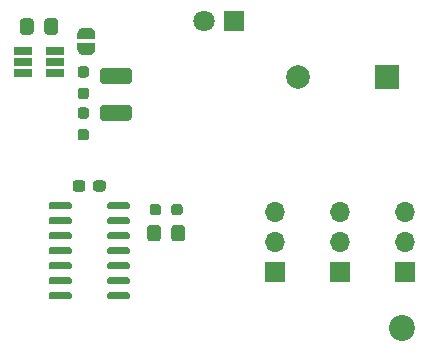
<source format=gbr>
%TF.GenerationSoftware,KiCad,Pcbnew,(5.1.9)-1*%
%TF.CreationDate,2021-02-25T21:12:44-03:30*%
%TF.ProjectId,annoy-o-me,616e6e6f-792d-46f2-9d6d-652e6b696361,rev?*%
%TF.SameCoordinates,Original*%
%TF.FileFunction,Soldermask,Top*%
%TF.FilePolarity,Negative*%
%FSLAX46Y46*%
G04 Gerber Fmt 4.6, Leading zero omitted, Abs format (unit mm)*
G04 Created by KiCad (PCBNEW (5.1.9)-1) date 2021-02-25 21:12:44*
%MOMM*%
%LPD*%
G01*
G04 APERTURE LIST*
%ADD10C,2.200000*%
%ADD11R,2.000000X2.000000*%
%ADD12C,2.000000*%
%ADD13R,1.800000X1.800000*%
%ADD14C,1.800000*%
%ADD15R,1.700000X1.700000*%
%ADD16O,1.700000X1.700000*%
%ADD17R,1.560000X0.650000*%
%ADD18C,0.100000*%
G04 APERTURE END LIST*
D10*
%TO.C,REF\u002A\u002A*%
X136500000Y-129500000D03*
%TD*%
D11*
%TO.C,BZ1*%
X135250000Y-108250000D03*
D12*
X127650000Y-108250000D03*
%TD*%
%TO.C,C1*%
G36*
G01*
X108600000Y-117737500D02*
X108600000Y-117262500D01*
G75*
G02*
X108837500Y-117025000I237500J0D01*
G01*
X109437500Y-117025000D01*
G75*
G02*
X109675000Y-117262500I0J-237500D01*
G01*
X109675000Y-117737500D01*
G75*
G02*
X109437500Y-117975000I-237500J0D01*
G01*
X108837500Y-117975000D01*
G75*
G02*
X108600000Y-117737500I0J237500D01*
G01*
G37*
G36*
G01*
X110325000Y-117737500D02*
X110325000Y-117262500D01*
G75*
G02*
X110562500Y-117025000I237500J0D01*
G01*
X111162500Y-117025000D01*
G75*
G02*
X111400000Y-117262500I0J-237500D01*
G01*
X111400000Y-117737500D01*
G75*
G02*
X111162500Y-117975000I-237500J0D01*
G01*
X110562500Y-117975000D01*
G75*
G02*
X110325000Y-117737500I0J237500D01*
G01*
G37*
%TD*%
%TO.C,C3*%
G36*
G01*
X111149998Y-107525000D02*
X113350002Y-107525000D01*
G75*
G02*
X113600000Y-107774998I0J-249998D01*
G01*
X113600000Y-108600002D01*
G75*
G02*
X113350002Y-108850000I-249998J0D01*
G01*
X111149998Y-108850000D01*
G75*
G02*
X110900000Y-108600002I0J249998D01*
G01*
X110900000Y-107774998D01*
G75*
G02*
X111149998Y-107525000I249998J0D01*
G01*
G37*
G36*
G01*
X111149998Y-110650000D02*
X113350002Y-110650000D01*
G75*
G02*
X113600000Y-110899998I0J-249998D01*
G01*
X113600000Y-111725002D01*
G75*
G02*
X113350002Y-111975000I-249998J0D01*
G01*
X111149998Y-111975000D01*
G75*
G02*
X110900000Y-111725002I0J249998D01*
G01*
X110900000Y-110899998D01*
G75*
G02*
X111149998Y-110650000I249998J0D01*
G01*
G37*
%TD*%
%TO.C,D1*%
G36*
G01*
X118100000Y-121049999D02*
X118100000Y-121950001D01*
G75*
G02*
X117850001Y-122200000I-249999J0D01*
G01*
X117199999Y-122200000D01*
G75*
G02*
X116950000Y-121950001I0J249999D01*
G01*
X116950000Y-121049999D01*
G75*
G02*
X117199999Y-120800000I249999J0D01*
G01*
X117850001Y-120800000D01*
G75*
G02*
X118100000Y-121049999I0J-249999D01*
G01*
G37*
G36*
G01*
X116050000Y-121049999D02*
X116050000Y-121950001D01*
G75*
G02*
X115800001Y-122200000I-249999J0D01*
G01*
X115149999Y-122200000D01*
G75*
G02*
X114900000Y-121950001I0J249999D01*
G01*
X114900000Y-121049999D01*
G75*
G02*
X115149999Y-120800000I249999J0D01*
G01*
X115800001Y-120800000D01*
G75*
G02*
X116050000Y-121049999I0J-249999D01*
G01*
G37*
%TD*%
D13*
%TO.C,D2*%
X122250000Y-103500000D03*
D14*
X119710000Y-103500000D03*
%TD*%
D15*
%TO.C,J1*%
X125750000Y-124750000D03*
D16*
X125750000Y-122210000D03*
X125750000Y-119670000D03*
%TD*%
D15*
%TO.C,J2*%
X136750000Y-124750000D03*
D16*
X136750000Y-122210000D03*
X136750000Y-119670000D03*
%TD*%
%TO.C,L1*%
G36*
G01*
X107350000Y-103549999D02*
X107350000Y-104450001D01*
G75*
G02*
X107100001Y-104700000I-249999J0D01*
G01*
X106449999Y-104700000D01*
G75*
G02*
X106200000Y-104450001I0J249999D01*
G01*
X106200000Y-103549999D01*
G75*
G02*
X106449999Y-103300000I249999J0D01*
G01*
X107100001Y-103300000D01*
G75*
G02*
X107350000Y-103549999I0J-249999D01*
G01*
G37*
G36*
G01*
X105300000Y-103549999D02*
X105300000Y-104450001D01*
G75*
G02*
X105050001Y-104700000I-249999J0D01*
G01*
X104399999Y-104700000D01*
G75*
G02*
X104150000Y-104450001I0J249999D01*
G01*
X104150000Y-103549999D01*
G75*
G02*
X104399999Y-103300000I249999J0D01*
G01*
X105050001Y-103300000D01*
G75*
G02*
X105300000Y-103549999I0J-249999D01*
G01*
G37*
%TD*%
%TO.C,R1*%
G36*
G01*
X109262500Y-107350000D02*
X109737500Y-107350000D01*
G75*
G02*
X109975000Y-107587500I0J-237500D01*
G01*
X109975000Y-108087500D01*
G75*
G02*
X109737500Y-108325000I-237500J0D01*
G01*
X109262500Y-108325000D01*
G75*
G02*
X109025000Y-108087500I0J237500D01*
G01*
X109025000Y-107587500D01*
G75*
G02*
X109262500Y-107350000I237500J0D01*
G01*
G37*
G36*
G01*
X109262500Y-109175000D02*
X109737500Y-109175000D01*
G75*
G02*
X109975000Y-109412500I0J-237500D01*
G01*
X109975000Y-109912500D01*
G75*
G02*
X109737500Y-110150000I-237500J0D01*
G01*
X109262500Y-110150000D01*
G75*
G02*
X109025000Y-109912500I0J237500D01*
G01*
X109025000Y-109412500D01*
G75*
G02*
X109262500Y-109175000I237500J0D01*
G01*
G37*
%TD*%
%TO.C,R2*%
G36*
G01*
X109262500Y-112675000D02*
X109737500Y-112675000D01*
G75*
G02*
X109975000Y-112912500I0J-237500D01*
G01*
X109975000Y-113412500D01*
G75*
G02*
X109737500Y-113650000I-237500J0D01*
G01*
X109262500Y-113650000D01*
G75*
G02*
X109025000Y-113412500I0J237500D01*
G01*
X109025000Y-112912500D01*
G75*
G02*
X109262500Y-112675000I237500J0D01*
G01*
G37*
G36*
G01*
X109262500Y-110850000D02*
X109737500Y-110850000D01*
G75*
G02*
X109975000Y-111087500I0J-237500D01*
G01*
X109975000Y-111587500D01*
G75*
G02*
X109737500Y-111825000I-237500J0D01*
G01*
X109262500Y-111825000D01*
G75*
G02*
X109025000Y-111587500I0J237500D01*
G01*
X109025000Y-111087500D01*
G75*
G02*
X109262500Y-110850000I237500J0D01*
G01*
G37*
%TD*%
%TO.C,R4*%
G36*
G01*
X116075000Y-119262500D02*
X116075000Y-119737500D01*
G75*
G02*
X115837500Y-119975000I-237500J0D01*
G01*
X115337500Y-119975000D01*
G75*
G02*
X115100000Y-119737500I0J237500D01*
G01*
X115100000Y-119262500D01*
G75*
G02*
X115337500Y-119025000I237500J0D01*
G01*
X115837500Y-119025000D01*
G75*
G02*
X116075000Y-119262500I0J-237500D01*
G01*
G37*
G36*
G01*
X117900000Y-119262500D02*
X117900000Y-119737500D01*
G75*
G02*
X117662500Y-119975000I-237500J0D01*
G01*
X117162500Y-119975000D01*
G75*
G02*
X116925000Y-119737500I0J237500D01*
G01*
X116925000Y-119262500D01*
G75*
G02*
X117162500Y-119025000I237500J0D01*
G01*
X117662500Y-119025000D01*
G75*
G02*
X117900000Y-119262500I0J-237500D01*
G01*
G37*
%TD*%
D17*
%TO.C,U1*%
X104400000Y-106050000D03*
X104400000Y-107000000D03*
X104400000Y-107950000D03*
X107100000Y-107950000D03*
X107100000Y-106050000D03*
X107100000Y-107000000D03*
%TD*%
%TO.C,U2*%
G36*
G01*
X106550000Y-119340000D02*
X106550000Y-119040000D01*
G75*
G02*
X106700000Y-118890000I150000J0D01*
G01*
X108350000Y-118890000D01*
G75*
G02*
X108500000Y-119040000I0J-150000D01*
G01*
X108500000Y-119340000D01*
G75*
G02*
X108350000Y-119490000I-150000J0D01*
G01*
X106700000Y-119490000D01*
G75*
G02*
X106550000Y-119340000I0J150000D01*
G01*
G37*
G36*
G01*
X106550000Y-120610000D02*
X106550000Y-120310000D01*
G75*
G02*
X106700000Y-120160000I150000J0D01*
G01*
X108350000Y-120160000D01*
G75*
G02*
X108500000Y-120310000I0J-150000D01*
G01*
X108500000Y-120610000D01*
G75*
G02*
X108350000Y-120760000I-150000J0D01*
G01*
X106700000Y-120760000D01*
G75*
G02*
X106550000Y-120610000I0J150000D01*
G01*
G37*
G36*
G01*
X106550000Y-121880000D02*
X106550000Y-121580000D01*
G75*
G02*
X106700000Y-121430000I150000J0D01*
G01*
X108350000Y-121430000D01*
G75*
G02*
X108500000Y-121580000I0J-150000D01*
G01*
X108500000Y-121880000D01*
G75*
G02*
X108350000Y-122030000I-150000J0D01*
G01*
X106700000Y-122030000D01*
G75*
G02*
X106550000Y-121880000I0J150000D01*
G01*
G37*
G36*
G01*
X106550000Y-123150000D02*
X106550000Y-122850000D01*
G75*
G02*
X106700000Y-122700000I150000J0D01*
G01*
X108350000Y-122700000D01*
G75*
G02*
X108500000Y-122850000I0J-150000D01*
G01*
X108500000Y-123150000D01*
G75*
G02*
X108350000Y-123300000I-150000J0D01*
G01*
X106700000Y-123300000D01*
G75*
G02*
X106550000Y-123150000I0J150000D01*
G01*
G37*
G36*
G01*
X106550000Y-124420000D02*
X106550000Y-124120000D01*
G75*
G02*
X106700000Y-123970000I150000J0D01*
G01*
X108350000Y-123970000D01*
G75*
G02*
X108500000Y-124120000I0J-150000D01*
G01*
X108500000Y-124420000D01*
G75*
G02*
X108350000Y-124570000I-150000J0D01*
G01*
X106700000Y-124570000D01*
G75*
G02*
X106550000Y-124420000I0J150000D01*
G01*
G37*
G36*
G01*
X106550000Y-125690000D02*
X106550000Y-125390000D01*
G75*
G02*
X106700000Y-125240000I150000J0D01*
G01*
X108350000Y-125240000D01*
G75*
G02*
X108500000Y-125390000I0J-150000D01*
G01*
X108500000Y-125690000D01*
G75*
G02*
X108350000Y-125840000I-150000J0D01*
G01*
X106700000Y-125840000D01*
G75*
G02*
X106550000Y-125690000I0J150000D01*
G01*
G37*
G36*
G01*
X106550000Y-126960000D02*
X106550000Y-126660000D01*
G75*
G02*
X106700000Y-126510000I150000J0D01*
G01*
X108350000Y-126510000D01*
G75*
G02*
X108500000Y-126660000I0J-150000D01*
G01*
X108500000Y-126960000D01*
G75*
G02*
X108350000Y-127110000I-150000J0D01*
G01*
X106700000Y-127110000D01*
G75*
G02*
X106550000Y-126960000I0J150000D01*
G01*
G37*
G36*
G01*
X111500000Y-126960000D02*
X111500000Y-126660000D01*
G75*
G02*
X111650000Y-126510000I150000J0D01*
G01*
X113300000Y-126510000D01*
G75*
G02*
X113450000Y-126660000I0J-150000D01*
G01*
X113450000Y-126960000D01*
G75*
G02*
X113300000Y-127110000I-150000J0D01*
G01*
X111650000Y-127110000D01*
G75*
G02*
X111500000Y-126960000I0J150000D01*
G01*
G37*
G36*
G01*
X111500000Y-125690000D02*
X111500000Y-125390000D01*
G75*
G02*
X111650000Y-125240000I150000J0D01*
G01*
X113300000Y-125240000D01*
G75*
G02*
X113450000Y-125390000I0J-150000D01*
G01*
X113450000Y-125690000D01*
G75*
G02*
X113300000Y-125840000I-150000J0D01*
G01*
X111650000Y-125840000D01*
G75*
G02*
X111500000Y-125690000I0J150000D01*
G01*
G37*
G36*
G01*
X111500000Y-124420000D02*
X111500000Y-124120000D01*
G75*
G02*
X111650000Y-123970000I150000J0D01*
G01*
X113300000Y-123970000D01*
G75*
G02*
X113450000Y-124120000I0J-150000D01*
G01*
X113450000Y-124420000D01*
G75*
G02*
X113300000Y-124570000I-150000J0D01*
G01*
X111650000Y-124570000D01*
G75*
G02*
X111500000Y-124420000I0J150000D01*
G01*
G37*
G36*
G01*
X111500000Y-123150000D02*
X111500000Y-122850000D01*
G75*
G02*
X111650000Y-122700000I150000J0D01*
G01*
X113300000Y-122700000D01*
G75*
G02*
X113450000Y-122850000I0J-150000D01*
G01*
X113450000Y-123150000D01*
G75*
G02*
X113300000Y-123300000I-150000J0D01*
G01*
X111650000Y-123300000D01*
G75*
G02*
X111500000Y-123150000I0J150000D01*
G01*
G37*
G36*
G01*
X111500000Y-121880000D02*
X111500000Y-121580000D01*
G75*
G02*
X111650000Y-121430000I150000J0D01*
G01*
X113300000Y-121430000D01*
G75*
G02*
X113450000Y-121580000I0J-150000D01*
G01*
X113450000Y-121880000D01*
G75*
G02*
X113300000Y-122030000I-150000J0D01*
G01*
X111650000Y-122030000D01*
G75*
G02*
X111500000Y-121880000I0J150000D01*
G01*
G37*
G36*
G01*
X111500000Y-120610000D02*
X111500000Y-120310000D01*
G75*
G02*
X111650000Y-120160000I150000J0D01*
G01*
X113300000Y-120160000D01*
G75*
G02*
X113450000Y-120310000I0J-150000D01*
G01*
X113450000Y-120610000D01*
G75*
G02*
X113300000Y-120760000I-150000J0D01*
G01*
X111650000Y-120760000D01*
G75*
G02*
X111500000Y-120610000I0J150000D01*
G01*
G37*
G36*
G01*
X111500000Y-119340000D02*
X111500000Y-119040000D01*
G75*
G02*
X111650000Y-118890000I150000J0D01*
G01*
X113300000Y-118890000D01*
G75*
G02*
X113450000Y-119040000I0J-150000D01*
G01*
X113450000Y-119340000D01*
G75*
G02*
X113300000Y-119490000I-150000J0D01*
G01*
X111650000Y-119490000D01*
G75*
G02*
X111500000Y-119340000I0J150000D01*
G01*
G37*
%TD*%
D16*
%TO.C,U3*%
X131250000Y-119670000D03*
X131250000Y-122210000D03*
D15*
X131250000Y-124750000D03*
%TD*%
D18*
%TO.C,JP1*%
G36*
X109000000Y-105100000D02*
G01*
X109000000Y-104600000D01*
X109000602Y-104600000D01*
X109000602Y-104575466D01*
X109005412Y-104526635D01*
X109014984Y-104478510D01*
X109029228Y-104431555D01*
X109048005Y-104386222D01*
X109071136Y-104342949D01*
X109098396Y-104302150D01*
X109129524Y-104264221D01*
X109164221Y-104229524D01*
X109202150Y-104198396D01*
X109242949Y-104171136D01*
X109286222Y-104148005D01*
X109331555Y-104129228D01*
X109378510Y-104114984D01*
X109426635Y-104105412D01*
X109475466Y-104100602D01*
X109500000Y-104100602D01*
X109500000Y-104100000D01*
X110000000Y-104100000D01*
X110000000Y-104100602D01*
X110024534Y-104100602D01*
X110073365Y-104105412D01*
X110121490Y-104114984D01*
X110168445Y-104129228D01*
X110213778Y-104148005D01*
X110257051Y-104171136D01*
X110297850Y-104198396D01*
X110335779Y-104229524D01*
X110370476Y-104264221D01*
X110401604Y-104302150D01*
X110428864Y-104342949D01*
X110451995Y-104386222D01*
X110470772Y-104431555D01*
X110485016Y-104478510D01*
X110494588Y-104526635D01*
X110499398Y-104575466D01*
X110499398Y-104600000D01*
X110500000Y-104600000D01*
X110500000Y-105100000D01*
X109000000Y-105100000D01*
G37*
G36*
X110499398Y-105900000D02*
G01*
X110499398Y-105924534D01*
X110494588Y-105973365D01*
X110485016Y-106021490D01*
X110470772Y-106068445D01*
X110451995Y-106113778D01*
X110428864Y-106157051D01*
X110401604Y-106197850D01*
X110370476Y-106235779D01*
X110335779Y-106270476D01*
X110297850Y-106301604D01*
X110257051Y-106328864D01*
X110213778Y-106351995D01*
X110168445Y-106370772D01*
X110121490Y-106385016D01*
X110073365Y-106394588D01*
X110024534Y-106399398D01*
X110000000Y-106399398D01*
X110000000Y-106400000D01*
X109500000Y-106400000D01*
X109500000Y-106399398D01*
X109475466Y-106399398D01*
X109426635Y-106394588D01*
X109378510Y-106385016D01*
X109331555Y-106370772D01*
X109286222Y-106351995D01*
X109242949Y-106328864D01*
X109202150Y-106301604D01*
X109164221Y-106270476D01*
X109129524Y-106235779D01*
X109098396Y-106197850D01*
X109071136Y-106157051D01*
X109048005Y-106113778D01*
X109029228Y-106068445D01*
X109014984Y-106021490D01*
X109005412Y-105973365D01*
X109000602Y-105924534D01*
X109000602Y-105900000D01*
X109000000Y-105900000D01*
X109000000Y-105400000D01*
X110500000Y-105400000D01*
X110500000Y-105900000D01*
X110499398Y-105900000D01*
G37*
%TD*%
M02*

</source>
